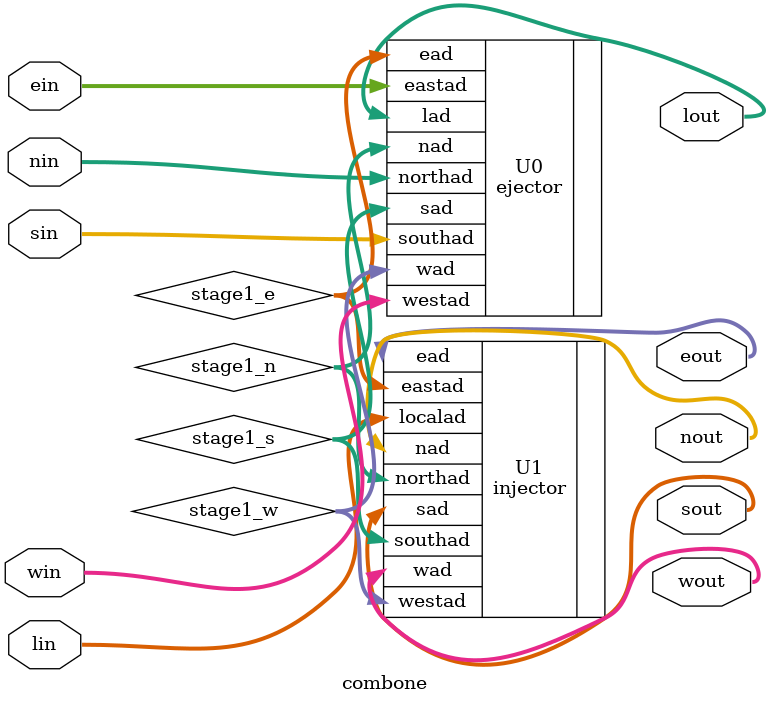
<source format=v>
module combone (
nin,
sin,
ein,
win,
lin,
nout,
sout,
eout,
wout,
lout
);
input [9:0] nin;
input [9:0] sin;
input [9:0] ein;
input [9:0] win;
input [9:0] lin;
output [9:0] nout;
output [9:0] sout;
output [9:0] eout;
output [9:0] wout;
output [9:0] lout;

wire [9:0] nin;
wire [9:0] sin;
wire [9:0] ein;
wire [9:0] win;
wire [9:0] lin;
wire [9:0] nout;
wire [9:0] sout;
wire [9:0] eout;
wire [9:0] wout;
wire [9:0] lout;


wire [9:0] stage1_n;   //from ejector module
wire [9:0] stage1_s;
wire [9:0] stage1_e;
wire [9:0] stage1_w;



ejector U0 (
.northad(nin),
.southad(sin),
.eastad(ein),
.westad(win),
.nad(stage1_n),
.sad(stage1_s),
.ead(stage1_e),
.wad(stage1_w),
.lad(lout)
);

injector U1 (
.northad(stage1_n),
.southad(stage1_s),
.eastad(stage1_e),
.westad(stage1_w),
.localad(lin),
.nad(nout),
.sad(sout),
.ead(eout),
.wad(wout)
);


endmodule

</source>
